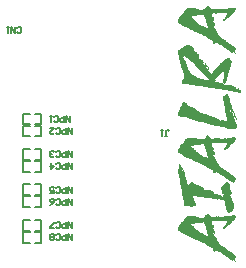
<source format=gto>
G04*
G04 #@! TF.GenerationSoftware,Altium Limited,Altium Designer,22.3.1 (43)*
G04*
G04 Layer_Color=65535*
%FSLAX25Y25*%
%MOIN*%
G70*
G04*
G04 #@! TF.SameCoordinates,698DBC82-D8F4-4E88-83ED-E0681CBDB87E*
G04*
G04*
G04 #@! TF.FilePolarity,Positive*
G04*
G01*
G75*
%ADD10C,0.00150*%
%ADD11C,0.00591*%
%ADD12C,0.00500*%
D10*
X68800Y8200D02*
Y8800D01*
Y27550D02*
Y28300D01*
Y34150D02*
Y34750D01*
Y46450D02*
Y47050D01*
Y67150D02*
Y67750D01*
Y77200D02*
Y78100D01*
X68950Y8050D02*
Y8950D01*
Y26950D02*
Y28300D01*
Y34000D02*
Y35050D01*
Y46450D02*
Y47350D01*
Y66700D02*
Y67900D01*
Y77200D02*
Y78250D01*
X69100Y7900D02*
Y9100D01*
Y26050D02*
Y28450D01*
Y29500D02*
Y29950D01*
Y34000D02*
Y35200D01*
Y46300D02*
Y47800D01*
Y65950D02*
Y67900D01*
Y77200D02*
Y78400D01*
X69250Y7900D02*
Y9550D01*
Y25600D02*
Y29650D01*
Y33850D02*
Y35500D01*
Y46300D02*
Y48100D01*
Y65050D02*
Y68050D01*
Y77050D02*
Y78850D01*
X69400Y7750D02*
Y9700D01*
Y25300D02*
Y29650D01*
Y33850D02*
Y35800D01*
Y46150D02*
Y48250D01*
Y64600D02*
Y68200D01*
Y76900D02*
Y79000D01*
X69550Y7600D02*
Y10150D01*
Y23950D02*
Y25150D01*
Y25300D02*
Y29500D01*
Y33700D02*
Y36100D01*
Y46150D02*
Y48700D01*
Y64000D02*
Y68200D01*
Y76900D02*
Y79450D01*
X69700Y7600D02*
Y10150D01*
Y23500D02*
Y29350D01*
Y33550D02*
Y36250D01*
Y46150D02*
Y48850D01*
Y63700D02*
Y68350D01*
Y76900D02*
Y79450D01*
X69850Y7450D02*
Y10450D01*
Y22000D02*
Y28600D01*
Y28750D02*
Y29050D01*
Y33550D02*
Y36550D01*
Y46150D02*
Y49300D01*
Y62800D02*
Y68500D01*
Y76750D02*
Y79750D01*
X70000Y7300D02*
Y10600D01*
Y21850D02*
Y28000D01*
Y28300D02*
Y28450D01*
Y33550D02*
Y36550D01*
Y46150D02*
Y49450D01*
Y62500D02*
Y68650D01*
Y76600D02*
Y79750D01*
X70150Y7300D02*
Y10750D01*
Y20050D02*
Y27550D01*
Y28300D02*
Y28600D01*
Y33250D02*
Y36700D01*
Y46150D02*
Y50050D01*
Y56950D02*
Y57400D01*
Y61750D02*
Y68800D01*
Y76450D02*
Y79900D01*
X70300Y7300D02*
Y10750D01*
Y19750D02*
Y27400D01*
Y28450D02*
Y28600D01*
Y33250D02*
Y36700D01*
Y46150D02*
Y50200D01*
Y56950D02*
Y57550D01*
Y57850D02*
Y58000D01*
Y61600D02*
Y68800D01*
Y76450D02*
Y80050D01*
X70450Y7150D02*
Y11050D01*
Y18550D02*
Y28000D01*
Y33250D02*
Y37000D01*
Y46150D02*
Y50500D01*
Y56950D02*
Y58300D01*
Y60850D02*
Y65500D01*
Y66100D02*
Y68950D01*
Y76300D02*
Y80200D01*
X70600Y7000D02*
Y11050D01*
Y18250D02*
Y27850D01*
Y33100D02*
Y37150D01*
Y46000D02*
Y50650D01*
Y56950D02*
Y58450D01*
Y60550D02*
Y65350D01*
Y66100D02*
Y69100D01*
Y76300D02*
Y80350D01*
X70750Y7000D02*
Y11500D01*
Y16600D02*
Y25900D01*
Y26050D02*
Y27400D01*
Y32950D02*
Y37450D01*
Y46000D02*
Y50800D01*
Y56950D02*
Y58750D01*
Y59950D02*
Y64750D01*
Y66400D02*
Y69100D01*
Y76150D02*
Y80650D01*
X70900Y6850D02*
Y11650D01*
Y16450D02*
Y25750D01*
Y26200D02*
Y27400D01*
Y32950D02*
Y37600D01*
Y46000D02*
Y50650D01*
Y56950D02*
Y58900D01*
Y59650D02*
Y64600D01*
Y66250D02*
Y69250D01*
Y76150D02*
Y80800D01*
X71050Y6850D02*
Y11800D01*
Y16300D02*
Y25750D01*
Y27100D02*
Y27400D01*
Y32800D02*
Y37750D01*
Y46000D02*
Y50500D01*
Y56950D02*
Y64600D01*
Y66250D02*
Y69400D01*
Y76150D02*
Y81100D01*
X71200Y6700D02*
Y11950D01*
Y16300D02*
Y25600D01*
Y32800D02*
Y38050D01*
Y46000D02*
Y50350D01*
Y56950D02*
Y64450D01*
Y66100D02*
Y69400D01*
Y76000D02*
Y81250D01*
X71350Y6700D02*
Y12100D01*
Y16450D02*
Y24850D01*
Y32650D02*
Y38200D01*
Y46000D02*
Y50200D01*
Y56950D02*
Y63550D01*
Y65950D02*
Y69400D01*
Y75850D02*
Y81400D01*
X71500Y6550D02*
Y12400D01*
Y16300D02*
Y24550D01*
Y32650D02*
Y38350D01*
Y45850D02*
Y50200D01*
Y56950D02*
Y63250D01*
Y65950D02*
Y69550D01*
Y75850D02*
Y81550D01*
X71650Y6550D02*
Y12400D01*
Y16300D02*
Y23950D01*
Y32500D02*
Y38350D01*
Y45850D02*
Y50050D01*
Y56950D02*
Y62950D01*
Y65800D02*
Y69700D01*
Y75850D02*
Y81700D01*
X71800Y6550D02*
Y12550D01*
Y16300D02*
Y23200D01*
Y32500D02*
Y38650D01*
Y45700D02*
Y49750D01*
Y56950D02*
Y62350D01*
Y65650D02*
Y69700D01*
Y75550D02*
Y81700D01*
X71950Y6400D02*
Y12700D01*
Y16300D02*
Y22900D01*
Y32350D02*
Y38650D01*
Y45700D02*
Y49600D01*
Y56950D02*
Y61450D01*
Y65650D02*
Y69700D01*
Y75550D02*
Y81850D01*
X72100Y6250D02*
Y12700D01*
Y16300D02*
Y22900D01*
Y32350D02*
Y38650D01*
Y45700D02*
Y49450D01*
Y56950D02*
Y61300D01*
Y65350D02*
Y69700D01*
Y75550D02*
Y81850D01*
X72250Y6250D02*
Y12700D01*
Y16450D02*
Y22900D01*
Y32350D02*
Y38650D01*
Y45700D02*
Y49300D01*
Y56950D02*
Y61150D01*
Y65350D02*
Y69700D01*
Y75550D02*
Y82000D01*
X72400Y6250D02*
Y12700D01*
Y16450D02*
Y22900D01*
Y32200D02*
Y38650D01*
Y45700D02*
Y49300D01*
Y56800D02*
Y60850D01*
Y65200D02*
Y69700D01*
Y75400D02*
Y82000D01*
X72550Y6100D02*
Y12700D01*
Y16300D02*
Y23050D01*
Y32200D02*
Y38650D01*
Y45550D02*
Y49150D01*
Y56800D02*
Y60700D01*
Y65050D02*
Y69550D01*
Y75400D02*
Y82000D01*
X72700Y5950D02*
Y12700D01*
Y16300D02*
Y23350D01*
Y32050D02*
Y38650D01*
Y45400D02*
Y49150D01*
Y56650D02*
Y60400D01*
Y64900D02*
Y69550D01*
Y75250D02*
Y79300D01*
Y79450D02*
Y82000D01*
X72850Y5950D02*
Y10000D01*
Y10150D02*
Y12700D01*
Y16300D02*
Y23500D01*
Y32050D02*
Y36100D01*
Y36250D02*
Y38650D01*
Y45400D02*
Y49000D01*
Y56650D02*
Y60250D01*
Y64750D02*
Y69400D01*
Y75250D02*
Y79150D01*
Y79450D02*
Y82000D01*
X73000Y5950D02*
Y9700D01*
Y10300D02*
Y12700D01*
Y16150D02*
Y23650D01*
Y31900D02*
Y35800D01*
Y36400D02*
Y38650D01*
Y45400D02*
Y48850D01*
Y56650D02*
Y60100D01*
Y64600D02*
Y69400D01*
Y75100D02*
Y79000D01*
Y79450D02*
Y82000D01*
X73150Y5800D02*
Y9700D01*
Y10450D02*
Y12700D01*
Y16150D02*
Y23800D01*
Y31900D02*
Y35650D01*
Y36400D02*
Y38650D01*
Y45400D02*
Y48850D01*
Y56650D02*
Y59950D01*
Y64450D02*
Y69250D01*
Y74950D02*
Y78850D01*
Y79450D02*
Y82000D01*
X73300Y5650D02*
Y9550D01*
Y10450D02*
Y12700D01*
Y16150D02*
Y23950D01*
Y31900D02*
Y35500D01*
Y36400D02*
Y38650D01*
Y45400D02*
Y48850D01*
Y56650D02*
Y59800D01*
Y64300D02*
Y69100D01*
Y74950D02*
Y78700D01*
Y79600D02*
Y82000D01*
X73450Y5650D02*
Y9400D01*
Y10450D02*
Y12700D01*
Y16150D02*
Y23950D01*
Y31750D02*
Y35500D01*
Y36400D02*
Y38650D01*
Y45250D02*
Y48850D01*
Y56650D02*
Y59800D01*
Y64300D02*
Y68950D01*
Y74950D02*
Y78550D01*
Y79600D02*
Y81850D01*
X73600Y5650D02*
Y9400D01*
Y10450D02*
Y12700D01*
Y16150D02*
Y18850D01*
Y19750D02*
Y23800D01*
Y31600D02*
Y35200D01*
Y36400D02*
Y38650D01*
Y45100D02*
Y48850D01*
Y56650D02*
Y59800D01*
Y64300D02*
Y68800D01*
Y74950D02*
Y78400D01*
Y79750D02*
Y81850D01*
X73750Y5650D02*
Y9250D01*
Y10450D02*
Y12700D01*
Y16300D02*
Y18700D01*
Y19750D02*
Y23800D01*
Y31600D02*
Y35200D01*
Y36400D02*
Y38650D01*
Y45100D02*
Y48700D01*
Y56650D02*
Y59800D01*
Y64150D02*
Y68650D01*
Y74800D02*
Y78400D01*
Y79750D02*
Y81850D01*
X73900Y5500D02*
Y8950D01*
Y10450D02*
Y12700D01*
Y16300D02*
Y18400D01*
Y19750D02*
Y23650D01*
Y31600D02*
Y35050D01*
Y36550D02*
Y38650D01*
Y45100D02*
Y48700D01*
Y56650D02*
Y59650D01*
Y64000D02*
Y68500D01*
Y74650D02*
Y78250D01*
Y79750D02*
Y81850D01*
X74050Y5350D02*
Y8800D01*
Y10450D02*
Y12700D01*
Y16300D02*
Y17950D01*
Y19750D02*
Y23500D01*
Y31450D02*
Y34900D01*
Y36550D02*
Y38650D01*
Y45100D02*
Y48550D01*
Y56650D02*
Y59650D01*
Y63850D02*
Y67900D01*
Y74650D02*
Y78100D01*
Y79750D02*
Y81850D01*
X74200Y5350D02*
Y8800D01*
Y10450D02*
Y12700D01*
Y16300D02*
Y17800D01*
Y19750D02*
Y23350D01*
Y31300D02*
Y34750D01*
Y36550D02*
Y38650D01*
Y45100D02*
Y48550D01*
Y56650D02*
Y59500D01*
Y63700D02*
Y66550D01*
Y67000D02*
Y67600D01*
Y74650D02*
Y77950D01*
Y79750D02*
Y81850D01*
X74350Y5350D02*
Y8650D01*
Y10600D02*
Y12700D01*
Y16300D02*
Y17350D01*
Y19750D02*
Y23350D01*
Y31300D02*
Y34750D01*
Y36700D02*
Y38650D01*
Y44950D02*
Y48400D01*
Y56650D02*
Y59500D01*
Y63550D02*
Y66550D01*
Y66850D02*
Y67150D01*
Y74500D02*
Y77800D01*
Y79750D02*
Y81850D01*
X74500Y5200D02*
Y8500D01*
Y10600D02*
Y12700D01*
Y16450D02*
Y17050D01*
Y19750D02*
Y23200D01*
Y31300D02*
Y34600D01*
Y36700D02*
Y38650D01*
Y44950D02*
Y48250D01*
Y56650D02*
Y59350D01*
Y63400D02*
Y66550D01*
Y66850D02*
Y67150D01*
Y74350D02*
Y77800D01*
Y79750D02*
Y81850D01*
X74650Y5050D02*
Y8500D01*
Y10750D02*
Y12550D01*
Y19750D02*
Y23200D01*
Y31150D02*
Y34300D01*
Y36700D02*
Y38650D01*
Y44800D02*
Y48100D01*
Y56500D02*
Y59050D01*
Y63100D02*
Y66400D01*
Y66550D02*
Y66850D01*
Y67000D02*
Y67300D01*
Y74350D02*
Y77350D01*
Y77500D02*
Y77800D01*
Y79750D02*
Y81850D01*
X74800Y5050D02*
Y8050D01*
Y10750D02*
Y12400D01*
Y19750D02*
Y23050D01*
Y31150D02*
Y34150D01*
Y36700D02*
Y38650D01*
Y44800D02*
Y47950D01*
Y56500D02*
Y58900D01*
Y63100D02*
Y66250D01*
Y66550D02*
Y66850D01*
Y67000D02*
Y67450D01*
Y74350D02*
Y77200D01*
Y79750D02*
Y81700D01*
X74950Y5050D02*
Y7900D01*
Y10750D02*
Y12400D01*
Y19600D02*
Y22900D01*
Y31000D02*
Y33850D01*
Y36700D02*
Y38500D01*
Y44800D02*
Y47950D01*
Y56350D02*
Y58750D01*
Y62800D02*
Y66100D01*
Y66550D02*
Y67000D01*
Y74200D02*
Y77200D01*
Y79900D02*
Y81700D01*
X75100Y5050D02*
Y7900D01*
Y10750D02*
Y12400D01*
Y19600D02*
Y22900D01*
Y31000D02*
Y33850D01*
Y36700D02*
Y38500D01*
Y44800D02*
Y47800D01*
Y56350D02*
Y58600D01*
Y62800D02*
Y66550D01*
Y74200D02*
Y77050D01*
Y79900D02*
Y81700D01*
X75250Y4900D02*
Y7750D01*
Y10750D02*
Y12400D01*
Y19450D02*
Y22900D01*
Y31000D02*
Y33700D01*
Y36700D02*
Y38350D01*
Y44800D02*
Y47650D01*
Y56350D02*
Y58600D01*
Y62500D02*
Y65200D01*
Y65650D02*
Y66550D01*
Y74050D02*
Y76900D01*
Y79900D02*
Y81550D01*
X75400Y4750D02*
Y7600D01*
Y10750D02*
Y12400D01*
Y19450D02*
Y22900D01*
Y30850D02*
Y33550D01*
Y36700D02*
Y38350D01*
Y44650D02*
Y47650D01*
Y56350D02*
Y58600D01*
Y62350D02*
Y65200D01*
Y65500D02*
Y66550D01*
Y74050D02*
Y76750D01*
Y79900D02*
Y81550D01*
X75550Y4750D02*
Y7450D01*
Y10750D02*
Y12250D01*
Y19450D02*
Y22900D01*
Y30700D02*
Y33550D01*
Y36700D02*
Y38200D01*
Y44500D02*
Y47500D01*
Y56350D02*
Y58600D01*
Y62200D02*
Y65050D01*
Y65350D02*
Y66100D01*
Y74050D02*
Y76750D01*
Y79900D02*
Y81400D01*
X75700Y4750D02*
Y7300D01*
Y10750D02*
Y12100D01*
Y19450D02*
Y22750D01*
Y30700D02*
Y33400D01*
Y36700D02*
Y38200D01*
Y44500D02*
Y47350D01*
Y56350D02*
Y58600D01*
Y62050D02*
Y64900D01*
Y65500D02*
Y65950D01*
Y73900D02*
Y76600D01*
Y79900D02*
Y81400D01*
X75850Y4600D02*
Y7300D01*
Y10750D02*
Y12100D01*
Y19450D02*
Y22750D01*
Y30700D02*
Y33250D01*
Y36700D02*
Y38200D01*
Y44500D02*
Y47350D01*
Y56350D02*
Y58600D01*
Y61900D02*
Y64900D01*
Y73900D02*
Y76450D01*
Y79900D02*
Y81400D01*
X76000Y4600D02*
Y7150D01*
Y10750D02*
Y12100D01*
Y19450D02*
Y22600D01*
Y30550D02*
Y33250D01*
Y36700D02*
Y38200D01*
Y44500D02*
Y47350D01*
Y56350D02*
Y58600D01*
Y61750D02*
Y64900D01*
Y73750D02*
Y76450D01*
Y79900D02*
Y81400D01*
X76150Y4450D02*
Y7150D01*
Y10750D02*
Y12100D01*
Y19450D02*
Y22600D01*
Y30400D02*
Y33100D01*
Y36700D02*
Y38200D01*
Y44500D02*
Y47050D01*
Y56350D02*
Y58450D01*
Y61450D02*
Y64900D01*
Y73750D02*
Y76300D01*
Y79900D02*
Y81400D01*
X76300Y4450D02*
Y7000D01*
Y10750D02*
Y12100D01*
Y19450D02*
Y22450D01*
Y30400D02*
Y32950D01*
Y36700D02*
Y38200D01*
Y44500D02*
Y47050D01*
Y56350D02*
Y58450D01*
Y61300D02*
Y64900D01*
Y73600D02*
Y76150D01*
Y80050D02*
Y81400D01*
X76450Y4300D02*
Y7000D01*
Y10750D02*
Y12100D01*
Y19450D02*
Y22300D01*
Y30400D02*
Y32950D01*
Y36850D02*
Y38200D01*
Y44500D02*
Y47050D01*
Y56350D02*
Y58300D01*
Y61150D02*
Y64150D01*
Y64450D02*
Y64750D01*
Y73600D02*
Y76150D01*
Y80050D02*
Y81400D01*
X76600Y4300D02*
Y6850D01*
Y10750D02*
Y12100D01*
Y19450D02*
Y22300D01*
Y30250D02*
Y32950D01*
Y36850D02*
Y38200D01*
Y44350D02*
Y47050D01*
Y56350D02*
Y58300D01*
Y61000D02*
Y64000D01*
Y64300D02*
Y64750D01*
Y73600D02*
Y76150D01*
Y80050D02*
Y81400D01*
X76750Y4300D02*
Y6850D01*
Y10750D02*
Y12100D01*
Y19450D02*
Y22300D01*
Y30250D02*
Y32800D01*
Y36850D02*
Y38200D01*
Y44350D02*
Y46900D01*
Y56350D02*
Y58300D01*
Y60850D02*
Y64000D01*
Y64300D02*
Y64750D01*
Y73450D02*
Y76000D01*
Y80050D02*
Y81400D01*
X76900Y4150D02*
Y6700D01*
Y10750D02*
Y12100D01*
Y19450D02*
Y22300D01*
Y30100D02*
Y32800D01*
Y36850D02*
Y38200D01*
Y44200D02*
Y46900D01*
Y56350D02*
Y58300D01*
Y60700D02*
Y63850D01*
Y73300D02*
Y75850D01*
Y80050D02*
Y81400D01*
X77050Y4000D02*
Y6550D01*
Y10900D02*
Y12100D01*
Y19450D02*
Y22300D01*
Y30100D02*
Y32650D01*
Y36850D02*
Y38200D01*
Y44200D02*
Y46750D01*
Y56200D02*
Y58300D01*
Y60550D02*
Y63700D01*
Y73300D02*
Y75850D01*
Y80050D02*
Y81400D01*
X77200Y4000D02*
Y6550D01*
Y10900D02*
Y12100D01*
Y19450D02*
Y21550D01*
Y21700D02*
Y22000D01*
Y29950D02*
Y32500D01*
Y36850D02*
Y38200D01*
Y44200D02*
Y46750D01*
Y56200D02*
Y58300D01*
Y60400D02*
Y63400D01*
Y64000D02*
Y64150D01*
Y73300D02*
Y75850D01*
Y80050D02*
Y81400D01*
X77350Y4000D02*
Y6550D01*
Y10900D02*
Y12100D01*
Y19300D02*
Y21400D01*
Y21850D02*
Y22000D01*
Y29950D02*
Y32500D01*
Y36850D02*
Y38350D01*
Y44200D02*
Y46750D01*
Y56050D02*
Y58300D01*
Y60250D02*
Y63400D01*
Y73150D02*
Y75700D01*
Y79900D02*
Y81550D01*
X77500Y3850D02*
Y6400D01*
Y10450D02*
Y12250D01*
Y19150D02*
Y21400D01*
Y29950D02*
Y32500D01*
Y36550D02*
Y38350D01*
Y44050D02*
Y46600D01*
Y56050D02*
Y58150D01*
Y60250D02*
Y62650D01*
Y62800D02*
Y63100D01*
Y73000D02*
Y75550D01*
Y79750D02*
Y81550D01*
X77650Y3850D02*
Y6250D01*
Y10300D02*
Y12400D01*
Y19150D02*
Y21400D01*
Y29800D02*
Y32350D01*
Y36250D02*
Y38500D01*
Y44050D02*
Y46600D01*
Y56050D02*
Y58150D01*
Y60100D02*
Y62650D01*
Y62800D02*
Y63100D01*
Y73000D02*
Y75550D01*
Y79450D02*
Y81700D01*
X77800Y3700D02*
Y6250D01*
Y9550D02*
Y12700D01*
Y19150D02*
Y21250D01*
Y29650D02*
Y32200D01*
Y35650D02*
Y38650D01*
Y43900D02*
Y46600D01*
Y56050D02*
Y58150D01*
Y59800D02*
Y62350D01*
Y62500D02*
Y62800D01*
Y63100D02*
Y63550D01*
Y73000D02*
Y75550D01*
Y78850D02*
Y81700D01*
X77950Y3700D02*
Y6100D01*
Y9550D02*
Y12850D01*
Y19150D02*
Y21250D01*
Y29650D02*
Y32200D01*
Y35500D02*
Y38800D01*
Y43900D02*
Y46600D01*
Y56050D02*
Y58150D01*
Y59650D02*
Y62200D01*
Y62650D02*
Y62950D01*
Y63100D02*
Y63400D01*
Y72850D02*
Y75400D01*
Y78700D02*
Y82000D01*
X78100Y3550D02*
Y5950D01*
Y9250D02*
Y13000D01*
Y19150D02*
Y21250D01*
Y29650D02*
Y32200D01*
Y35200D02*
Y39100D01*
Y43900D02*
Y46600D01*
Y56050D02*
Y58150D01*
Y59500D02*
Y62050D01*
Y62800D02*
Y63100D01*
Y72700D02*
Y75250D01*
Y78550D02*
Y82300D01*
X78250Y3400D02*
Y5950D01*
Y8350D02*
Y13150D01*
Y19150D02*
Y21250D01*
Y29500D02*
Y32050D01*
Y34300D02*
Y39250D01*
Y43900D02*
Y46450D01*
Y56050D02*
Y58000D01*
Y59350D02*
Y61900D01*
Y62800D02*
Y63100D01*
Y72700D02*
Y75250D01*
Y77500D02*
Y82450D01*
X78400Y3400D02*
Y5950D01*
Y8050D02*
Y13300D01*
Y19150D02*
Y21250D01*
Y29350D02*
Y31750D01*
Y34000D02*
Y39250D01*
Y43750D02*
Y46300D01*
Y56050D02*
Y58000D01*
Y59200D02*
Y61600D01*
Y62650D02*
Y62800D01*
Y72550D02*
Y75250D01*
Y77350D02*
Y82600D01*
X78550Y3250D02*
Y5800D01*
Y7300D02*
Y13300D01*
Y19150D02*
Y21250D01*
Y29200D02*
Y31900D01*
Y33250D02*
Y39400D01*
Y43750D02*
Y46300D01*
Y56050D02*
Y58000D01*
Y59050D02*
Y61450D01*
Y72400D02*
Y74950D01*
Y76600D02*
Y82600D01*
X78700Y3100D02*
Y5500D01*
Y7000D02*
Y13450D01*
Y19000D02*
Y21250D01*
Y29050D02*
Y31900D01*
Y33100D02*
Y39550D01*
Y43750D02*
Y46300D01*
Y55900D02*
Y57850D01*
Y58900D02*
Y61150D01*
Y72400D02*
Y74800D01*
Y76300D02*
Y82600D01*
X78850Y3100D02*
Y5650D01*
Y6250D02*
Y13300D01*
Y19000D02*
Y21250D01*
Y29050D02*
Y31900D01*
Y32200D02*
Y39400D01*
Y43750D02*
Y46300D01*
Y55900D02*
Y57850D01*
Y58750D02*
Y61000D01*
Y61900D02*
Y62200D01*
Y72250D02*
Y74950D01*
Y75700D02*
Y82600D01*
X79000Y2950D02*
Y13300D01*
Y18850D02*
Y21250D01*
Y29050D02*
Y31450D01*
Y31600D02*
Y39250D01*
Y43750D02*
Y46150D01*
Y55750D02*
Y57850D01*
Y58600D02*
Y60850D01*
Y61750D02*
Y62200D01*
Y72100D02*
Y82450D01*
X79150Y2800D02*
Y13000D01*
Y18850D02*
Y21250D01*
Y28900D02*
Y38950D01*
Y43600D02*
Y46000D01*
Y55750D02*
Y57550D01*
Y57700D02*
Y58000D01*
Y58300D02*
Y60700D01*
Y72100D02*
Y82300D01*
X79300Y2800D02*
Y12850D01*
Y18850D02*
Y21400D01*
Y28750D02*
Y38950D01*
Y43600D02*
Y46000D01*
Y55750D02*
Y57550D01*
Y57850D02*
Y60550D01*
Y72100D02*
Y82000D01*
X79450Y2800D02*
Y12550D01*
Y18850D02*
Y20950D01*
Y21100D02*
Y21400D01*
Y28750D02*
Y38650D01*
Y43600D02*
Y46000D01*
Y55750D02*
Y57550D01*
Y57700D02*
Y60400D01*
Y71950D02*
Y81850D01*
X79600Y2650D02*
Y12400D01*
Y18850D02*
Y20950D01*
Y21100D02*
Y21400D01*
Y28750D02*
Y38500D01*
Y43450D02*
Y46000D01*
Y55750D02*
Y57550D01*
Y57700D02*
Y60250D01*
Y71800D02*
Y81700D01*
X79750Y2500D02*
Y12400D01*
Y18850D02*
Y20800D01*
Y28600D02*
Y38350D01*
Y43450D02*
Y46000D01*
Y55750D02*
Y60100D01*
Y71800D02*
Y81700D01*
X79900Y2500D02*
Y12400D01*
Y18850D02*
Y20800D01*
Y28450D02*
Y38350D01*
Y43450D02*
Y46000D01*
Y55750D02*
Y59950D01*
Y71800D02*
Y81700D01*
X80050Y2500D02*
Y9850D01*
Y11200D02*
Y12400D01*
Y18850D02*
Y20950D01*
Y28450D02*
Y35650D01*
Y37150D02*
Y38350D01*
Y43450D02*
Y45850D01*
Y55750D02*
Y59800D01*
Y71650D02*
Y79150D01*
Y80500D02*
Y81700D01*
X80200Y2350D02*
Y9700D01*
Y11350D02*
Y12400D01*
Y18700D02*
Y20950D01*
Y28450D02*
Y35650D01*
Y37300D02*
Y38350D01*
Y43450D02*
Y45700D01*
Y55750D02*
Y60100D01*
Y71650D02*
Y79000D01*
Y80500D02*
Y81700D01*
X80350Y2350D02*
Y7000D01*
Y7600D02*
Y8500D01*
Y9250D02*
Y9700D01*
Y11350D02*
Y12400D01*
Y18550D02*
Y20800D01*
Y28300D02*
Y32950D01*
Y33550D02*
Y34450D01*
Y35200D02*
Y35800D01*
Y37300D02*
Y38350D01*
Y43450D02*
Y45700D01*
Y55750D02*
Y60400D01*
Y71500D02*
Y76150D01*
Y76750D02*
Y77800D01*
Y78400D02*
Y79000D01*
Y80500D02*
Y81700D01*
X80500Y1600D02*
Y6700D01*
Y7450D02*
Y8350D01*
Y9400D02*
Y9550D01*
Y11350D02*
Y12400D01*
Y18550D02*
Y20650D01*
Y27550D02*
Y32650D01*
Y33400D02*
Y34300D01*
Y35350D02*
Y35500D01*
Y37300D02*
Y38500D01*
Y43300D02*
Y45700D01*
Y55750D02*
Y60700D01*
Y70750D02*
Y76000D01*
Y76600D02*
Y77500D01*
Y78550D02*
Y78850D01*
Y80650D02*
Y81700D01*
X80650Y1300D02*
Y6400D01*
Y7300D02*
Y8050D01*
Y9100D02*
Y9250D01*
Y11350D02*
Y12400D01*
Y18550D02*
Y20050D01*
Y27400D02*
Y32350D01*
Y33250D02*
Y34150D01*
Y35050D02*
Y35200D01*
Y37300D02*
Y38500D01*
Y43300D02*
Y45700D01*
Y55600D02*
Y60850D01*
Y70450D02*
Y75550D01*
Y76450D02*
Y77200D01*
Y78100D02*
Y78400D01*
Y80650D02*
Y81700D01*
X80800Y1150D02*
Y6100D01*
Y7300D02*
Y7750D01*
Y11350D02*
Y12400D01*
Y18700D02*
Y20050D01*
Y27400D02*
Y32200D01*
Y33250D02*
Y33850D01*
Y37300D02*
Y38650D01*
Y43300D02*
Y45550D01*
Y55600D02*
Y61150D01*
Y70450D02*
Y75400D01*
Y76450D02*
Y77050D01*
Y80650D02*
Y81700D01*
X80950Y1150D02*
Y5950D01*
Y7150D02*
Y7300D01*
Y11350D02*
Y12400D01*
Y18700D02*
Y20050D01*
Y27400D02*
Y31900D01*
Y37300D02*
Y38650D01*
Y43150D02*
Y45400D01*
Y55600D02*
Y57550D01*
Y58300D02*
Y61300D01*
Y70450D02*
Y75250D01*
Y76450D02*
Y76600D01*
Y80650D02*
Y81700D01*
X81100Y1300D02*
Y5800D01*
Y11350D02*
Y12400D01*
Y18700D02*
Y20050D01*
Y27400D02*
Y31750D01*
Y37300D02*
Y38650D01*
Y43150D02*
Y45400D01*
Y55450D02*
Y57400D01*
Y57850D02*
Y58000D01*
Y58600D02*
Y61450D01*
Y70600D02*
Y74950D01*
Y80500D02*
Y81700D01*
X81250Y1450D02*
Y5500D01*
Y11350D02*
Y12400D01*
Y18550D02*
Y20050D01*
Y27400D02*
Y31600D01*
Y37300D02*
Y38650D01*
Y43150D02*
Y45400D01*
Y55450D02*
Y57250D01*
Y58750D02*
Y61600D01*
Y70750D02*
Y74800D01*
Y80500D02*
Y81700D01*
X81400Y1450D02*
Y5200D01*
Y11350D02*
Y12550D01*
Y18700D02*
Y20050D01*
Y27550D02*
Y31150D01*
Y37300D02*
Y38650D01*
Y43150D02*
Y45400D01*
Y55450D02*
Y57250D01*
Y59050D02*
Y61750D01*
Y70750D02*
Y74500D01*
Y80500D02*
Y81700D01*
X81550Y1450D02*
Y5050D01*
Y11350D02*
Y12550D01*
Y18700D02*
Y20050D01*
Y27550D02*
Y31000D01*
Y37300D02*
Y38650D01*
Y43150D02*
Y45400D01*
Y55450D02*
Y57250D01*
Y59200D02*
Y61900D01*
Y70750D02*
Y74200D01*
Y80500D02*
Y81700D01*
X81700Y1450D02*
Y4600D01*
Y11350D02*
Y12400D01*
Y18550D02*
Y19900D01*
Y27550D02*
Y30700D01*
Y37300D02*
Y38650D01*
Y43000D02*
Y45250D01*
Y55450D02*
Y57400D01*
Y59350D02*
Y62050D01*
Y70750D02*
Y73900D01*
Y80500D02*
Y81700D01*
X81850Y1450D02*
Y4450D01*
Y11350D02*
Y12400D01*
Y18400D02*
Y19900D01*
Y27550D02*
Y30400D01*
Y37300D02*
Y38650D01*
Y43000D02*
Y45100D01*
Y55450D02*
Y57400D01*
Y59500D02*
Y62200D01*
Y70750D02*
Y73750D01*
Y80650D02*
Y81700D01*
X82000Y1450D02*
Y4000D01*
Y11350D02*
Y12400D01*
Y18400D02*
Y19750D01*
Y27400D02*
Y30100D01*
Y37300D02*
Y38650D01*
Y42850D02*
Y45100D01*
Y55450D02*
Y57400D01*
Y59650D02*
Y62500D01*
Y70750D02*
Y73300D01*
Y80650D02*
Y81700D01*
X82150Y1300D02*
Y4000D01*
Y11350D02*
Y12400D01*
Y18550D02*
Y19750D01*
Y27400D02*
Y29950D01*
Y37300D02*
Y38650D01*
Y42850D02*
Y45100D01*
Y55450D02*
Y57250D01*
Y59800D02*
Y62500D01*
Y70600D02*
Y73150D01*
Y80650D02*
Y81700D01*
X82300Y1150D02*
Y3250D01*
Y11350D02*
Y12550D01*
Y18550D02*
Y19750D01*
Y27250D02*
Y29500D01*
Y37300D02*
Y38650D01*
Y42850D02*
Y44950D01*
Y55300D02*
Y57250D01*
Y59950D02*
Y62800D01*
Y70450D02*
Y72550D01*
Y80650D02*
Y81700D01*
X82450Y1150D02*
Y3250D01*
Y11350D02*
Y12400D01*
Y18550D02*
Y19750D01*
Y27250D02*
Y29200D01*
Y37450D02*
Y38650D01*
Y42850D02*
Y44800D01*
Y55300D02*
Y57100D01*
Y60100D02*
Y62800D01*
Y70450D02*
Y72550D01*
Y80650D02*
Y81700D01*
X82600Y1150D02*
Y3100D01*
Y11350D02*
Y12400D01*
Y18550D02*
Y19750D01*
Y27100D02*
Y29050D01*
Y37450D02*
Y38500D01*
Y42850D02*
Y44650D01*
Y55300D02*
Y56950D01*
Y60250D02*
Y62950D01*
Y70150D02*
Y72400D01*
Y80650D02*
Y81700D01*
X82750Y1000D02*
Y3100D01*
Y11350D02*
Y12400D01*
Y18550D02*
Y19750D01*
Y26950D02*
Y29050D01*
Y37450D02*
Y38350D01*
Y42850D02*
Y44500D01*
Y55300D02*
Y56950D01*
Y60250D02*
Y63250D01*
Y70150D02*
Y72250D01*
Y80650D02*
Y81700D01*
X82900Y850D02*
Y2950D01*
Y11350D02*
Y12400D01*
Y18550D02*
Y19750D01*
Y26950D02*
Y29050D01*
Y37450D02*
Y38350D01*
Y42700D02*
Y44500D01*
Y55300D02*
Y56950D01*
Y60400D02*
Y63400D01*
Y70150D02*
Y72250D01*
Y80650D02*
Y81550D01*
X83050Y850D02*
Y2950D01*
Y11350D02*
Y12400D01*
Y18400D02*
Y19300D01*
Y26800D02*
Y28900D01*
Y37450D02*
Y38350D01*
Y42700D02*
Y44500D01*
Y55300D02*
Y56950D01*
Y60550D02*
Y63550D01*
Y70000D02*
Y72100D01*
Y80650D02*
Y81550D01*
X83200Y700D02*
Y2800D01*
Y11350D02*
Y12400D01*
Y18400D02*
Y19300D01*
Y26800D02*
Y28750D01*
Y37450D02*
Y38350D01*
Y42550D02*
Y44500D01*
Y55300D02*
Y56950D01*
Y60550D02*
Y63700D01*
Y69850D02*
Y71950D01*
Y80650D02*
Y81550D01*
X83350Y550D02*
Y2650D01*
Y11350D02*
Y12400D01*
Y18400D02*
Y19150D01*
Y21550D02*
Y22300D01*
Y26650D02*
Y28750D01*
Y37450D02*
Y38350D01*
Y42550D02*
Y44800D01*
Y55300D02*
Y56950D01*
Y60700D02*
Y63700D01*
Y69850D02*
Y71950D01*
Y80650D02*
Y81550D01*
X83500Y550D02*
Y2650D01*
Y11350D02*
Y12400D01*
Y18400D02*
Y18700D01*
Y18850D02*
Y19150D01*
Y21400D02*
Y22450D01*
Y26500D02*
Y28600D01*
Y37450D02*
Y38350D01*
Y42550D02*
Y44800D01*
Y55150D02*
Y56950D01*
Y60850D02*
Y63850D01*
Y69700D02*
Y71800D01*
Y80650D02*
Y81550D01*
X83650Y400D02*
Y2500D01*
Y11350D02*
Y12400D01*
Y18400D02*
Y18700D01*
Y18850D02*
Y19150D01*
Y20500D02*
Y22750D01*
Y26350D02*
Y28450D01*
Y37450D02*
Y38350D01*
Y42550D02*
Y44800D01*
Y55150D02*
Y56650D01*
Y60850D02*
Y64150D01*
Y69550D02*
Y71650D01*
Y80650D02*
Y81550D01*
X83800Y250D02*
Y2350D01*
Y11350D02*
Y12400D01*
Y18400D02*
Y19300D01*
Y20350D02*
Y22750D01*
Y26350D02*
Y28450D01*
Y37450D02*
Y38350D01*
Y42550D02*
Y44650D01*
Y55000D02*
Y56650D01*
Y57250D02*
Y57550D01*
Y61000D02*
Y64300D01*
Y69550D02*
Y71650D01*
Y80650D02*
Y81700D01*
X83950Y100D02*
Y2200D01*
Y8800D02*
Y8950D01*
Y11350D02*
Y12400D01*
Y18250D02*
Y19750D01*
Y20350D02*
Y22900D01*
Y26200D02*
Y28300D01*
Y37450D02*
Y38500D01*
Y42550D02*
Y44650D01*
Y51400D02*
Y52600D01*
Y55000D02*
Y56650D01*
Y57400D02*
Y58300D01*
Y61150D02*
Y64300D01*
Y69400D02*
Y71500D01*
Y78100D02*
Y78250D01*
Y80650D02*
Y81700D01*
X84100Y100D02*
Y2200D01*
Y8800D02*
Y9100D01*
Y11500D02*
Y12400D01*
Y18250D02*
Y20050D01*
Y20200D02*
Y23050D01*
Y26200D02*
Y28150D01*
Y37450D02*
Y38650D01*
Y42550D02*
Y44500D01*
Y50950D02*
Y52750D01*
Y55000D02*
Y56500D01*
Y57400D02*
Y58600D01*
Y61150D02*
Y64300D01*
Y69250D02*
Y71350D01*
Y78100D02*
Y78250D01*
Y80650D02*
Y81700D01*
X84250Y-50D02*
Y2050D01*
Y9100D02*
Y9250D01*
Y11500D02*
Y12550D01*
Y18100D02*
Y23350D01*
Y25900D02*
Y28000D01*
Y34900D02*
Y35200D01*
Y37450D02*
Y38650D01*
Y42550D02*
Y44500D01*
Y49600D02*
Y52750D01*
Y55000D02*
Y56500D01*
Y57100D02*
Y64600D01*
Y69100D02*
Y71350D01*
Y80650D02*
Y81700D01*
X84400Y-50D02*
Y1900D01*
Y9100D02*
Y9400D01*
Y11500D02*
Y12550D01*
Y17950D02*
Y23500D01*
Y25900D02*
Y28000D01*
Y35050D02*
Y35350D01*
Y37450D02*
Y38650D01*
Y42400D02*
Y44500D01*
Y49450D02*
Y52900D01*
Y55000D02*
Y56500D01*
Y57250D02*
Y64600D01*
Y69100D02*
Y71200D01*
Y78400D02*
Y78550D01*
Y80650D02*
Y81700D01*
X84550Y-200D02*
Y1750D01*
Y9250D02*
Y9550D01*
Y11500D02*
Y12400D01*
Y17950D02*
Y23500D01*
Y25750D02*
Y27850D01*
Y35200D02*
Y35500D01*
Y37450D02*
Y38650D01*
Y42400D02*
Y44500D01*
Y47950D02*
Y53050D01*
Y55000D02*
Y56500D01*
Y57550D02*
Y64750D01*
Y68950D02*
Y71050D01*
Y78400D02*
Y78700D01*
Y80650D02*
Y81700D01*
X84700Y-350D02*
Y1750D01*
Y9250D02*
Y9700D01*
Y11500D02*
Y12400D01*
Y16450D02*
Y23650D01*
Y25600D02*
Y27700D01*
Y35350D02*
Y35650D01*
Y37450D02*
Y38500D01*
Y42250D02*
Y44500D01*
Y47500D02*
Y53050D01*
Y55000D02*
Y56500D01*
Y57700D02*
Y64900D01*
Y68950D02*
Y70900D01*
Y78400D02*
Y78850D01*
Y80650D02*
Y81700D01*
X84850Y-500D02*
Y1600D01*
Y9400D02*
Y10150D01*
Y11500D02*
Y12400D01*
Y15700D02*
Y23800D01*
Y25600D02*
Y27700D01*
Y35500D02*
Y36250D01*
Y37450D02*
Y38350D01*
Y42250D02*
Y44500D01*
Y46600D02*
Y53350D01*
Y55000D02*
Y56500D01*
Y58000D02*
Y64900D01*
Y68800D02*
Y70750D01*
Y78550D02*
Y79450D01*
Y80650D02*
Y81700D01*
X85000Y-500D02*
Y1450D01*
Y9400D02*
Y10300D01*
Y11500D02*
Y12550D01*
Y14950D02*
Y23950D01*
Y25450D02*
Y27550D01*
Y35500D02*
Y36400D01*
Y37450D02*
Y38500D01*
Y42250D02*
Y44500D01*
Y45850D02*
Y53350D01*
Y55000D02*
Y56500D01*
Y58300D02*
Y64900D01*
Y68650D02*
Y70750D01*
Y78700D02*
Y79600D01*
Y80800D02*
Y81700D01*
X85150Y-650D02*
Y1450D01*
Y9550D02*
Y10600D01*
Y11500D02*
Y12700D01*
Y14200D02*
Y23950D01*
Y25300D02*
Y27400D01*
Y35500D02*
Y36700D01*
Y37450D02*
Y38650D01*
Y42250D02*
Y44500D01*
Y45400D02*
Y53200D01*
Y54850D02*
Y56350D01*
Y59200D02*
Y65050D01*
Y68500D02*
Y70600D01*
Y78850D02*
Y79750D01*
Y80800D02*
Y81700D01*
X85300Y-800D02*
Y1300D01*
Y9700D02*
Y12550D01*
Y14200D02*
Y23950D01*
Y25300D02*
Y27400D01*
Y35650D02*
Y38650D01*
Y42100D02*
Y44650D01*
Y44800D02*
Y53050D01*
Y54850D02*
Y56350D01*
Y59500D02*
Y65200D01*
Y68500D02*
Y70450D01*
Y79000D02*
Y81700D01*
X85450Y-800D02*
Y400D01*
Y550D02*
Y1150D01*
Y9850D02*
Y12550D01*
Y14050D02*
Y23800D01*
Y25150D02*
Y26350D01*
Y26500D02*
Y27250D01*
Y35800D02*
Y38650D01*
Y42100D02*
Y52600D01*
Y54700D02*
Y56350D01*
Y60550D02*
Y65200D01*
Y68350D02*
Y70450D01*
Y79150D02*
Y81700D01*
X85600Y-950D02*
Y1150D01*
Y10000D02*
Y12700D01*
Y14050D02*
Y23500D01*
Y25000D02*
Y27100D01*
Y35950D02*
Y38650D01*
Y41950D02*
Y52150D01*
Y54700D02*
Y56350D01*
Y61150D02*
Y65350D01*
Y68200D02*
Y70300D01*
Y79150D02*
Y81850D01*
X85750Y-1100D02*
Y1000D01*
Y10150D02*
Y12700D01*
Y14050D02*
Y20650D01*
Y20800D02*
Y23200D01*
Y24850D02*
Y27100D01*
Y36100D02*
Y38650D01*
Y41950D02*
Y51850D01*
Y54700D02*
Y56350D01*
Y61600D02*
Y65350D01*
Y68200D02*
Y70150D01*
Y79300D02*
Y81850D01*
X85900Y-1250D02*
Y850D01*
Y10300D02*
Y12700D01*
Y14200D02*
Y20050D01*
Y20350D02*
Y22450D01*
Y24850D02*
Y26950D01*
Y36250D02*
Y38650D01*
Y41950D02*
Y51250D01*
Y54700D02*
Y56200D01*
Y62200D02*
Y65350D01*
Y68050D02*
Y70150D01*
Y79450D02*
Y81850D01*
X86050Y-1400D02*
Y850D01*
Y10300D02*
Y12700D01*
Y14350D02*
Y19900D01*
Y20350D02*
Y22150D01*
Y24700D02*
Y26800D01*
Y36400D02*
Y38650D01*
Y41950D02*
Y48550D01*
Y48700D02*
Y51100D01*
Y54700D02*
Y56200D01*
Y62350D02*
Y65200D01*
Y67900D02*
Y70000D01*
Y79450D02*
Y81850D01*
X86200Y-1400D02*
Y700D01*
Y10450D02*
Y12700D01*
Y14350D02*
Y19450D01*
Y20200D02*
Y21250D01*
Y24550D02*
Y26650D01*
Y36550D02*
Y38650D01*
Y41950D02*
Y47500D01*
Y48550D02*
Y50500D01*
Y54700D02*
Y56200D01*
Y62650D02*
Y64600D01*
Y67750D02*
Y70000D01*
Y79750D02*
Y82000D01*
X86350Y-1550D02*
Y550D01*
Y10600D02*
Y12700D01*
Y14350D02*
Y19000D01*
Y20050D02*
Y21100D01*
Y24550D02*
Y25750D01*
Y25900D02*
Y26650D01*
Y36700D02*
Y38650D01*
Y41950D02*
Y47350D01*
Y48400D02*
Y50200D01*
Y54700D02*
Y56200D01*
Y62800D02*
Y64600D01*
Y67600D02*
Y69850D01*
Y79750D02*
Y82000D01*
X86500Y-1700D02*
Y550D01*
Y10750D02*
Y12700D01*
Y14350D02*
Y18550D01*
Y20200D02*
Y20800D01*
Y24250D02*
Y26500D01*
Y36850D02*
Y38650D01*
Y41950D02*
Y47200D01*
Y48100D02*
Y49750D01*
Y54700D02*
Y56200D01*
Y63850D02*
Y64300D01*
Y67600D02*
Y69700D01*
Y80050D02*
Y82000D01*
X86650Y-1700D02*
Y400D01*
Y10900D02*
Y12700D01*
Y14500D02*
Y18250D01*
Y24250D02*
Y26500D01*
Y37000D02*
Y38800D01*
Y41950D02*
Y47050D01*
Y47800D02*
Y49600D01*
Y54550D02*
Y56050D01*
Y67450D02*
Y69550D01*
Y80050D02*
Y82000D01*
X86800Y-1850D02*
Y250D01*
Y11200D02*
Y12850D01*
Y14650D02*
Y17650D01*
Y24250D02*
Y26350D01*
Y37150D02*
Y38950D01*
Y41950D02*
Y46300D01*
Y46450D02*
Y46900D01*
Y47650D02*
Y48250D01*
Y54550D02*
Y56050D01*
Y67300D02*
Y69400D01*
Y80350D02*
Y82000D01*
X86950Y-1850D02*
Y100D01*
Y11200D02*
Y13000D01*
Y14800D02*
Y17500D01*
Y24250D02*
Y26200D01*
Y37300D02*
Y38950D01*
Y41950D02*
Y46300D01*
Y46600D02*
Y46750D01*
Y47650D02*
Y48100D01*
Y54550D02*
Y56050D01*
Y67450D02*
Y69400D01*
Y80500D02*
Y82000D01*
X87100Y-1700D02*
Y100D01*
Y11350D02*
Y13000D01*
Y15250D02*
Y15550D01*
Y16150D02*
Y16900D01*
Y24100D02*
Y26050D01*
Y37450D02*
Y38950D01*
Y41950D02*
Y46150D01*
Y47200D02*
Y47650D01*
Y54400D02*
Y56050D01*
Y67600D02*
Y69400D01*
Y80650D02*
Y82150D01*
X87250Y-1700D02*
Y-50D01*
Y11500D02*
Y13000D01*
Y24100D02*
Y25900D01*
Y37600D02*
Y38950D01*
Y41950D02*
Y45850D01*
Y54400D02*
Y55900D01*
Y67600D02*
Y69100D01*
Y80650D02*
Y82000D01*
X87400Y-1850D02*
Y-1250D01*
Y-950D02*
Y-200D01*
Y11800D02*
Y12850D01*
Y24250D02*
Y25750D01*
Y37750D02*
Y38950D01*
Y41950D02*
Y45100D01*
Y46600D02*
Y47050D01*
Y54400D02*
Y55750D01*
Y67450D02*
Y68200D01*
Y68350D02*
Y69100D01*
Y80950D02*
Y82000D01*
X87550Y-1550D02*
Y-1250D01*
Y-800D02*
Y-350D01*
Y11950D02*
Y12850D01*
Y24400D02*
Y24700D01*
Y25000D02*
Y25750D01*
Y37900D02*
Y38950D01*
Y41950D02*
Y44650D01*
Y46300D02*
Y46600D01*
Y54400D02*
Y55600D01*
Y67750D02*
Y68950D01*
Y81100D02*
Y82000D01*
X87700Y-800D02*
Y-350D01*
Y12100D02*
Y12700D01*
Y25000D02*
Y25750D01*
Y38050D02*
Y38950D01*
Y41950D02*
Y44050D01*
Y46150D02*
Y46600D01*
Y54400D02*
Y55600D01*
Y68200D02*
Y68800D01*
Y81250D02*
Y82000D01*
X87850Y-1100D02*
Y-500D01*
Y12400D02*
Y12700D01*
Y25000D02*
Y25450D01*
Y38500D02*
Y38650D01*
Y42100D02*
Y43900D01*
Y45700D02*
Y45850D01*
Y54400D02*
Y55600D01*
Y68200D02*
Y68650D01*
Y81700D02*
Y81850D01*
X88000Y-2450D02*
Y-2300D01*
Y-1100D02*
Y-650D01*
Y24850D02*
Y25450D01*
Y42250D02*
Y43450D01*
Y45700D02*
Y46000D01*
Y54400D02*
Y55450D01*
Y66850D02*
Y67000D01*
Y68200D02*
Y68500D01*
X88150Y42250D02*
Y43300D01*
Y45100D02*
Y45400D01*
Y54400D02*
Y55000D01*
X88300Y42400D02*
Y43150D01*
Y45100D02*
Y45400D01*
Y54400D02*
Y55000D01*
X88450Y54250D02*
Y55150D01*
X88600Y54250D02*
Y55150D01*
X88750Y54250D02*
Y55300D01*
X88900Y54250D02*
Y55150D01*
X89050Y54100D02*
Y54700D01*
X89200Y54100D02*
Y54700D01*
X89350Y54100D02*
Y54700D01*
X89500Y54100D02*
Y54700D01*
X89650Y54100D02*
Y54400D01*
D11*
X17390Y19181D02*
X19556D01*
X17390Y15637D02*
Y19181D01*
X23296Y15637D02*
Y19181D01*
X17390Y15637D02*
X19556D01*
X21130D02*
X23296D01*
X21130Y19181D02*
X23296D01*
X17390Y30992D02*
X19556D01*
X17390Y27448D02*
Y30992D01*
X23296Y27448D02*
Y30992D01*
X17390Y27448D02*
X19556D01*
X21130D02*
X23296D01*
X21130Y30992D02*
X23296D01*
X17390Y11370D02*
X19556D01*
X17390Y7826D02*
Y11370D01*
X23296Y7826D02*
Y11370D01*
X17390Y7826D02*
X19556D01*
X21130D02*
X23296D01*
X21130Y11370D02*
X23296D01*
X17390Y7370D02*
X19556D01*
X17390Y3826D02*
Y7370D01*
X23296Y3826D02*
Y7370D01*
X17390Y3826D02*
X19556D01*
X21130D02*
X23296D01*
X21130Y7370D02*
X23296D01*
X17390Y23181D02*
X19556D01*
X17390Y19637D02*
Y23181D01*
X23296Y19637D02*
Y23181D01*
X17390Y19637D02*
X19556D01*
X21130D02*
X23296D01*
X21130Y23181D02*
X23296D01*
X17390Y42803D02*
X19556D01*
X17390Y39259D02*
Y42803D01*
X23296Y39259D02*
Y42803D01*
X17390Y39259D02*
X19556D01*
X21130D02*
X23296D01*
X21130Y42803D02*
X23296D01*
X17390Y46803D02*
X19556D01*
X17390Y43259D02*
Y46803D01*
X23296Y43259D02*
Y46803D01*
X17390Y43259D02*
X19556D01*
X21130D02*
X23296D01*
X21130Y46803D02*
X23296D01*
X17390Y34992D02*
X19556D01*
X17390Y31448D02*
Y34992D01*
X23296Y31448D02*
Y34992D01*
X17390Y31448D02*
X19556D01*
X21130D02*
X23296D01*
X21130Y34992D02*
X23296D01*
D12*
X33403Y6634D02*
Y4635D01*
X32070Y6634D01*
Y4635D01*
X31403Y6634D02*
Y4635D01*
X30404D01*
X30070Y4968D01*
Y5635D01*
X30404Y5968D01*
X31403D01*
X28071Y4968D02*
X28404Y4635D01*
X29071D01*
X29404Y4968D01*
Y6301D01*
X29071Y6634D01*
X28404D01*
X28071Y6301D01*
X27405Y4968D02*
X27071Y4635D01*
X26405D01*
X26072Y4968D01*
Y5302D01*
X26405Y5635D01*
X26072Y5968D01*
Y6301D01*
X26405Y6634D01*
X27071D01*
X27405Y6301D01*
Y5968D01*
X27071Y5635D01*
X27405Y5302D01*
Y4968D01*
X27071Y5635D02*
X26405D01*
X33403Y10634D02*
Y8635D01*
X32070Y10634D01*
Y8635D01*
X31403Y10634D02*
Y8635D01*
X30404D01*
X30070Y8968D01*
Y9635D01*
X30404Y9968D01*
X31403D01*
X28071Y8968D02*
X28404Y8635D01*
X29071D01*
X29404Y8968D01*
Y10301D01*
X29071Y10634D01*
X28404D01*
X28071Y10301D01*
X27405Y8635D02*
X26072D01*
Y8968D01*
X27405Y10301D01*
Y10634D01*
X33403Y18434D02*
Y16435D01*
X32070Y18434D01*
Y16435D01*
X31403Y18434D02*
Y16435D01*
X30404D01*
X30070Y16768D01*
Y17435D01*
X30404Y17768D01*
X31403D01*
X28071Y16768D02*
X28404Y16435D01*
X29071D01*
X29404Y16768D01*
Y18101D01*
X29071Y18434D01*
X28404D01*
X28071Y18101D01*
X26072Y16435D02*
X26738Y16768D01*
X27405Y17435D01*
Y18101D01*
X27071Y18434D01*
X26405D01*
X26072Y18101D01*
Y17768D01*
X26405Y17435D01*
X27405D01*
X33403Y22434D02*
Y20435D01*
X32070Y22434D01*
Y20435D01*
X31403Y22434D02*
Y20435D01*
X30404D01*
X30070Y20768D01*
Y21435D01*
X30404Y21768D01*
X31403D01*
X28071Y20768D02*
X28404Y20435D01*
X29071D01*
X29404Y20768D01*
Y22101D01*
X29071Y22434D01*
X28404D01*
X28071Y22101D01*
X26072Y20435D02*
X27405D01*
Y21435D01*
X26738Y21102D01*
X26405D01*
X26072Y21435D01*
Y22101D01*
X26405Y22434D01*
X27071D01*
X27405Y22101D01*
X33403Y30234D02*
Y28235D01*
X32070Y30234D01*
Y28235D01*
X31403Y30234D02*
Y28235D01*
X30404D01*
X30070Y28568D01*
Y29235D01*
X30404Y29568D01*
X31403D01*
X28071Y28568D02*
X28404Y28235D01*
X29071D01*
X29404Y28568D01*
Y29901D01*
X29071Y30234D01*
X28404D01*
X28071Y29901D01*
X26405Y30234D02*
Y28235D01*
X27405Y29235D01*
X26072D01*
X33403Y34234D02*
Y32235D01*
X32070Y34234D01*
Y32235D01*
X31403Y34234D02*
Y32235D01*
X30404D01*
X30070Y32568D01*
Y33235D01*
X30404Y33568D01*
X31403D01*
X28071Y32568D02*
X28404Y32235D01*
X29071D01*
X29404Y32568D01*
Y33901D01*
X29071Y34234D01*
X28404D01*
X28071Y33901D01*
X27405Y32568D02*
X27071Y32235D01*
X26405D01*
X26072Y32568D01*
Y32901D01*
X26405Y33235D01*
X26738D01*
X26405D01*
X26072Y33568D01*
Y33901D01*
X26405Y34234D01*
X27071D01*
X27405Y33901D01*
X33403Y42034D02*
Y40035D01*
X32070Y42034D01*
Y40035D01*
X31403Y42034D02*
Y40035D01*
X30404D01*
X30070Y40368D01*
Y41035D01*
X30404Y41368D01*
X31403D01*
X28071Y40368D02*
X28404Y40035D01*
X29071D01*
X29404Y40368D01*
Y41701D01*
X29071Y42034D01*
X28404D01*
X28071Y41701D01*
X26072Y42034D02*
X27405D01*
X26072Y40701D01*
Y40368D01*
X26405Y40035D01*
X27071D01*
X27405Y40368D01*
X32803Y46034D02*
Y44035D01*
X31470Y46034D01*
Y44035D01*
X30803Y46034D02*
Y44035D01*
X29804D01*
X29471Y44368D01*
Y45035D01*
X29804Y45368D01*
X30803D01*
X27471Y44368D02*
X27804Y44035D01*
X28471D01*
X28804Y44368D01*
Y45701D01*
X28471Y46034D01*
X27804D01*
X27471Y45701D01*
X26805Y46034D02*
X26138D01*
X26471D01*
Y44035D01*
X26805Y44368D01*
X64570Y39335D02*
X65236D01*
X64903D01*
Y41001D01*
X65236Y41334D01*
X65570D01*
X65903Y41001D01*
X63903Y41334D02*
X63237D01*
X63570D01*
Y39335D01*
X63903Y39668D01*
X15102Y73968D02*
X15436Y73635D01*
X16102D01*
X16435Y73968D01*
Y75301D01*
X16102Y75634D01*
X15436D01*
X15102Y75301D01*
X14436Y75634D02*
Y73635D01*
X13103Y75634D01*
Y73635D01*
X12437Y75634D02*
X11770D01*
X12103D01*
Y73635D01*
X12437Y73968D01*
M02*

</source>
